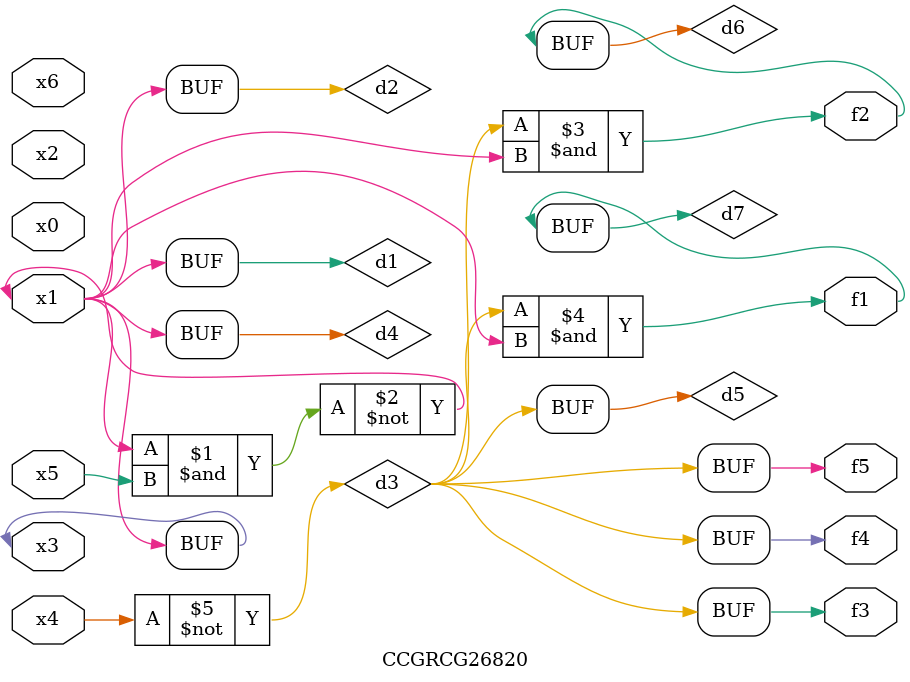
<source format=v>
module CCGRCG26820(
	input x0, x1, x2, x3, x4, x5, x6,
	output f1, f2, f3, f4, f5
);

	wire d1, d2, d3, d4, d5, d6, d7;

	buf (d1, x1, x3);
	nand (d2, x1, x5);
	not (d3, x4);
	buf (d4, d1, d2);
	buf (d5, d3);
	and (d6, d3, d4);
	and (d7, d3, d4);
	assign f1 = d7;
	assign f2 = d6;
	assign f3 = d5;
	assign f4 = d5;
	assign f5 = d5;
endmodule

</source>
